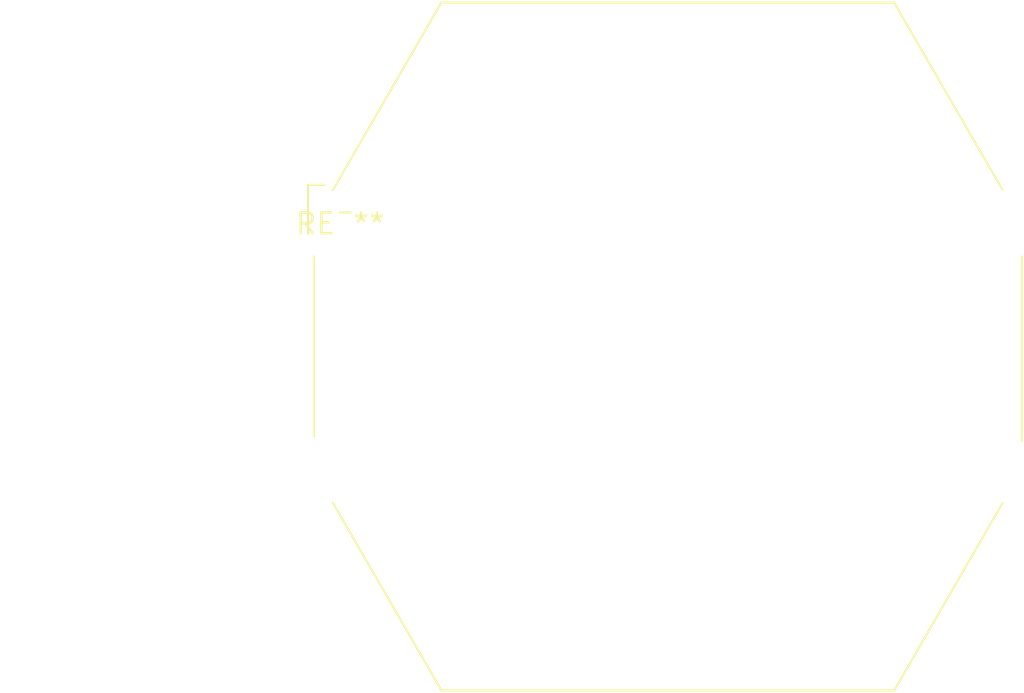
<source format=kicad_pcb>
(kicad_pcb (version 20240108) (generator pcbnew)
  (layers (0 "F.Cu" signal) (31 "B.Cu" signal) (34 "B.Paste" user) (35 "F.Paste" user) (36 "B.SilkS" user "B.Silkscreen") (37 "F.SilkS" user "F.Silkscreen") (38 "B.Mask" user) (39 "F.Mask" user) (44 "Edge.Cuts" user))
  (net 0 "")
  (footprint "Choke_Schaffner_RN152-04-43.0x41.8mm" (layer "F.Cu") (at 0 0)
    (property "Reference" "REF**")
    (property "Value" "Choke_Schaffner_RN152-04-43.0x41.8mm")
    (fp_line (start -1.97 -2.38) (end -1.97 0.62) (layer "F.SilkS") (stroke (width 0.12)))
    (fp_line (start -1.97 -2.38) (end -0.97 -2.38) (layer "F.SilkS") (stroke (width 0.12)))
    (fp_line (start -1.62 13) (end -1.62 2) (layer "F.SilkS") (stroke (width 0.12)))
    (fp_line (start -0.45 -2.06) (end 6.17 -13.52) (layer "F.SilkS") (stroke (width 0.12)))
    (fp_line (start 6.17 -13.52) (end 33.82 -13.52) (layer "F.SilkS") (stroke (width 0.12)))
    (fp_line (start 6.18 28.52) (end -0.45 17.06) (layer "F.SilkS") (stroke (width 0.12)))
    (fp_line (start 33.82 -13.52) (end 40.45 -2.06) (layer "F.SilkS") (stroke (width 0.12)))
    (fp_line (start 33.83 28.52) (end 6.18 28.52) (layer "F.SilkS") (stroke (width 0.12)))
    (fp_line (start 40.45 17.06) (end 33.83 28.52) (layer "F.SilkS") (stroke (width 0.12)))
    (fp_line (start 41.62 2) (end 41.62 13.25) (layer "F.SilkS") (stroke (width 0.12)))
    (pad "1" thru_hole rect (at 0 0) (size 2.5 2.5) (drill 1.3) (layers *.Cu *.Mask) (remove_unused_layers))
    (pad "2" thru_hole circle (at 40 0) (size 2.5 2.5) (drill 1.3) (layers *.Cu *.Mask) (remove_unused_layers))
    (pad "3" thru_hole circle (at 0 15) (size 2.5 2.5) (drill 1.3) (layers *.Cu *.Mask) (remove_unused_layers))
    (pad "4" thru_hole circle (at 40 15) (size 2.5 2.5) (drill 1.3) (layers *.Cu *.Mask) (remove_unused_layers))
  )
)
</source>
